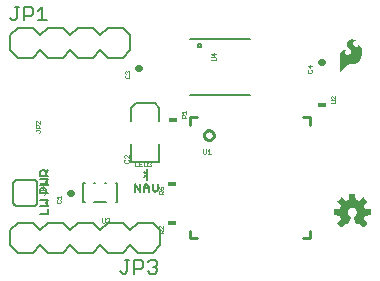
<source format=gbr>
G04 EAGLE Gerber RS-274X export*
G75*
%MOMM*%
%FSLAX34Y34*%
%LPD*%
%INSilkscreen Top*%
%IPPOS*%
%AMOC8*
5,1,8,0,0,1.08239X$1,22.5*%
G01*
%ADD10C,0.127000*%
%ADD11C,0.254000*%
%ADD12C,0.025400*%
%ADD13R,0.762000X0.457200*%
%ADD14C,0.558800*%
%ADD15C,0.203200*%
%ADD16C,0.152400*%

G36*
X298880Y21736D02*
X298880Y21736D01*
X298988Y21746D01*
X299001Y21752D01*
X299015Y21754D01*
X299112Y21802D01*
X299211Y21847D01*
X299224Y21858D01*
X299233Y21862D01*
X299248Y21878D01*
X299325Y21940D01*
X301910Y24525D01*
X301973Y24614D01*
X302039Y24699D01*
X302044Y24712D01*
X302052Y24724D01*
X302083Y24827D01*
X302119Y24930D01*
X302119Y24944D01*
X302123Y24957D01*
X302119Y25065D01*
X302120Y25174D01*
X302115Y25187D01*
X302115Y25201D01*
X302077Y25303D01*
X302042Y25405D01*
X302033Y25420D01*
X302029Y25429D01*
X302015Y25446D01*
X301961Y25528D01*
X299197Y28918D01*
X299754Y30000D01*
X299760Y30020D01*
X299802Y30115D01*
X300173Y31274D01*
X304524Y31717D01*
X304628Y31745D01*
X304734Y31770D01*
X304746Y31777D01*
X304759Y31780D01*
X304849Y31841D01*
X304942Y31898D01*
X304950Y31909D01*
X304962Y31917D01*
X305028Y32003D01*
X305097Y32087D01*
X305101Y32100D01*
X305110Y32111D01*
X305144Y32214D01*
X305183Y32315D01*
X305184Y32333D01*
X305188Y32342D01*
X305188Y32364D01*
X305197Y32462D01*
X305197Y36118D01*
X305180Y36225D01*
X305166Y36333D01*
X305160Y36345D01*
X305158Y36359D01*
X305106Y36455D01*
X305059Y36552D01*
X305049Y36562D01*
X305043Y36574D01*
X304963Y36648D01*
X304887Y36725D01*
X304875Y36731D01*
X304865Y36741D01*
X304766Y36786D01*
X304669Y36834D01*
X304651Y36838D01*
X304642Y36842D01*
X304621Y36844D01*
X304524Y36863D01*
X300173Y37306D01*
X299802Y38465D01*
X299793Y38482D01*
X299791Y38490D01*
X299787Y38497D01*
X299754Y38580D01*
X299197Y39662D01*
X301961Y43052D01*
X302015Y43146D01*
X302072Y43238D01*
X302075Y43251D01*
X302082Y43263D01*
X302103Y43370D01*
X302128Y43475D01*
X302126Y43489D01*
X302129Y43503D01*
X302114Y43610D01*
X302104Y43718D01*
X302098Y43731D01*
X302096Y43745D01*
X302048Y43842D01*
X302003Y43941D01*
X301992Y43954D01*
X301988Y43963D01*
X301972Y43978D01*
X301910Y44055D01*
X299325Y46640D01*
X299236Y46703D01*
X299151Y46769D01*
X299138Y46774D01*
X299126Y46782D01*
X299023Y46813D01*
X298920Y46849D01*
X298906Y46849D01*
X298893Y46853D01*
X298785Y46849D01*
X298676Y46850D01*
X298663Y46845D01*
X298649Y46845D01*
X298547Y46807D01*
X298445Y46772D01*
X298430Y46763D01*
X298421Y46759D01*
X298404Y46745D01*
X298322Y46691D01*
X294932Y43927D01*
X293850Y44484D01*
X293830Y44490D01*
X293735Y44532D01*
X292576Y44903D01*
X292133Y49254D01*
X292105Y49358D01*
X292080Y49464D01*
X292073Y49476D01*
X292070Y49489D01*
X292009Y49579D01*
X291952Y49672D01*
X291941Y49680D01*
X291933Y49692D01*
X291847Y49758D01*
X291763Y49827D01*
X291750Y49831D01*
X291739Y49840D01*
X291636Y49874D01*
X291535Y49913D01*
X291517Y49914D01*
X291508Y49918D01*
X291486Y49918D01*
X291388Y49927D01*
X287732Y49927D01*
X287625Y49910D01*
X287517Y49896D01*
X287505Y49890D01*
X287491Y49888D01*
X287395Y49836D01*
X287298Y49789D01*
X287288Y49779D01*
X287276Y49773D01*
X287202Y49693D01*
X287125Y49617D01*
X287119Y49605D01*
X287109Y49595D01*
X287064Y49496D01*
X287016Y49399D01*
X287012Y49381D01*
X287008Y49372D01*
X287006Y49351D01*
X286987Y49254D01*
X286544Y44903D01*
X285385Y44532D01*
X285367Y44522D01*
X285270Y44484D01*
X284188Y43927D01*
X280798Y46691D01*
X280704Y46745D01*
X280612Y46802D01*
X280599Y46805D01*
X280587Y46812D01*
X280480Y46833D01*
X280375Y46858D01*
X280361Y46856D01*
X280347Y46859D01*
X280240Y46844D01*
X280132Y46834D01*
X280119Y46828D01*
X280106Y46826D01*
X280008Y46778D01*
X279909Y46733D01*
X279896Y46722D01*
X279887Y46718D01*
X279872Y46702D01*
X279795Y46640D01*
X277210Y44055D01*
X277147Y43966D01*
X277081Y43881D01*
X277076Y43868D01*
X277068Y43856D01*
X277037Y43753D01*
X277001Y43650D01*
X277001Y43636D01*
X276997Y43623D01*
X277001Y43515D01*
X277000Y43406D01*
X277005Y43393D01*
X277005Y43379D01*
X277043Y43277D01*
X277078Y43175D01*
X277087Y43160D01*
X277091Y43151D01*
X277105Y43134D01*
X277159Y43052D01*
X279923Y39662D01*
X279366Y38580D01*
X279360Y38560D01*
X279318Y38465D01*
X278947Y37306D01*
X274596Y36863D01*
X274492Y36835D01*
X274386Y36810D01*
X274374Y36803D01*
X274361Y36800D01*
X274271Y36739D01*
X274178Y36682D01*
X274170Y36671D01*
X274158Y36663D01*
X274092Y36577D01*
X274024Y36493D01*
X274019Y36480D01*
X274010Y36469D01*
X273976Y36366D01*
X273937Y36265D01*
X273936Y36247D01*
X273932Y36238D01*
X273933Y36216D01*
X273923Y36118D01*
X273923Y32462D01*
X273940Y32355D01*
X273954Y32247D01*
X273960Y32235D01*
X273962Y32221D01*
X274014Y32125D01*
X274061Y32028D01*
X274071Y32018D01*
X274077Y32006D01*
X274157Y31932D01*
X274233Y31855D01*
X274245Y31849D01*
X274256Y31839D01*
X274354Y31794D01*
X274451Y31746D01*
X274469Y31742D01*
X274478Y31738D01*
X274499Y31736D01*
X274596Y31717D01*
X278947Y31274D01*
X279318Y30115D01*
X279328Y30097D01*
X279366Y30000D01*
X279923Y28918D01*
X277159Y25528D01*
X277105Y25434D01*
X277048Y25342D01*
X277045Y25329D01*
X277038Y25317D01*
X277017Y25210D01*
X276992Y25105D01*
X276994Y25091D01*
X276991Y25077D01*
X277006Y24970D01*
X277016Y24862D01*
X277022Y24849D01*
X277024Y24836D01*
X277072Y24738D01*
X277117Y24639D01*
X277128Y24626D01*
X277132Y24617D01*
X277148Y24602D01*
X277210Y24525D01*
X279795Y21940D01*
X279884Y21877D01*
X279969Y21811D01*
X279982Y21806D01*
X279994Y21798D01*
X280097Y21767D01*
X280200Y21731D01*
X280214Y21731D01*
X280227Y21727D01*
X280335Y21731D01*
X280444Y21730D01*
X280457Y21735D01*
X280471Y21735D01*
X280573Y21773D01*
X280675Y21808D01*
X280690Y21817D01*
X280699Y21821D01*
X280716Y21835D01*
X280798Y21889D01*
X284188Y24653D01*
X285270Y24096D01*
X285323Y24079D01*
X285372Y24053D01*
X285438Y24042D01*
X285502Y24021D01*
X285558Y24022D01*
X285612Y24013D01*
X285679Y24024D01*
X285746Y24025D01*
X285798Y24043D01*
X285853Y24052D01*
X285913Y24084D01*
X285976Y24107D01*
X286019Y24141D01*
X286069Y24167D01*
X286115Y24216D01*
X286167Y24258D01*
X286198Y24305D01*
X286236Y24345D01*
X286292Y24450D01*
X286300Y24463D01*
X286301Y24468D01*
X286305Y24475D01*
X288458Y29672D01*
X288478Y29756D01*
X288483Y29768D01*
X288485Y29784D01*
X288510Y29870D01*
X288509Y29890D01*
X288514Y29910D01*
X288506Y29992D01*
X288507Y30011D01*
X288503Y30031D01*
X288499Y30114D01*
X288492Y30133D01*
X288490Y30153D01*
X288458Y30222D01*
X288452Y30249D01*
X288437Y30273D01*
X288410Y30342D01*
X288397Y30357D01*
X288389Y30375D01*
X288344Y30424D01*
X288324Y30456D01*
X288292Y30482D01*
X288253Y30528D01*
X288232Y30543D01*
X288222Y30553D01*
X288201Y30565D01*
X288138Y30609D01*
X288135Y30611D01*
X288134Y30611D01*
X288132Y30613D01*
X287248Y31108D01*
X286569Y31735D01*
X286055Y32504D01*
X285735Y33372D01*
X285627Y34289D01*
X285740Y35224D01*
X286071Y36105D01*
X286603Y36882D01*
X287304Y37511D01*
X288134Y37954D01*
X289046Y38188D01*
X289988Y38198D01*
X290904Y37984D01*
X291744Y37559D01*
X292458Y36946D01*
X293007Y36181D01*
X293358Y35307D01*
X293491Y34375D01*
X293399Y33438D01*
X293087Y32550D01*
X292572Y31762D01*
X291885Y31118D01*
X290986Y30612D01*
X290946Y30579D01*
X290904Y30557D01*
X290873Y30524D01*
X290825Y30489D01*
X290812Y30472D01*
X290796Y30459D01*
X290761Y30405D01*
X290737Y30379D01*
X290724Y30348D01*
X290682Y30291D01*
X290676Y30271D01*
X290665Y30253D01*
X290647Y30180D01*
X290637Y30157D01*
X290634Y30133D01*
X290611Y30058D01*
X290612Y30037D01*
X290607Y30016D01*
X290614Y29932D01*
X290613Y29914D01*
X290616Y29898D01*
X290619Y29814D01*
X290627Y29788D01*
X290628Y29773D01*
X290638Y29751D01*
X290662Y29672D01*
X290970Y28927D01*
X290971Y28927D01*
X291281Y28178D01*
X291591Y27429D01*
X291591Y27428D01*
X291902Y26680D01*
X291902Y26679D01*
X292212Y25930D01*
X292522Y25181D01*
X292523Y25181D01*
X292815Y24475D01*
X292844Y24428D01*
X292865Y24376D01*
X292908Y24325D01*
X292944Y24268D01*
X292987Y24233D01*
X293023Y24190D01*
X293080Y24156D01*
X293132Y24113D01*
X293184Y24094D01*
X293232Y24065D01*
X293298Y24051D01*
X293361Y24027D01*
X293416Y24025D01*
X293470Y24014D01*
X293537Y24021D01*
X293604Y24019D01*
X293658Y24035D01*
X293713Y24042D01*
X293824Y24086D01*
X293838Y24090D01*
X293842Y24093D01*
X293850Y24096D01*
X294932Y24653D01*
X298322Y21889D01*
X298416Y21835D01*
X298508Y21778D01*
X298521Y21775D01*
X298533Y21768D01*
X298640Y21747D01*
X298745Y21722D01*
X298759Y21724D01*
X298773Y21721D01*
X298880Y21736D01*
G37*
G36*
X279410Y152301D02*
X279410Y152301D01*
X279414Y152299D01*
X279484Y152335D01*
X279494Y152340D01*
X279495Y152341D01*
X284367Y157823D01*
X285221Y158605D01*
X286211Y159194D01*
X286562Y159321D01*
X286930Y159386D01*
X289205Y159386D01*
X289210Y159388D01*
X289216Y159386D01*
X290580Y159510D01*
X290590Y159516D01*
X290602Y159514D01*
X291921Y159882D01*
X291929Y159890D01*
X291942Y159891D01*
X293172Y160491D01*
X293179Y160498D01*
X293190Y160501D01*
X294347Y161318D01*
X294352Y161326D01*
X294361Y161329D01*
X295392Y162301D01*
X295395Y162309D01*
X295401Y162311D01*
X295402Y162313D01*
X295404Y162314D01*
X296289Y163421D01*
X296291Y163431D01*
X296300Y163438D01*
X297247Y165119D01*
X297248Y165130D01*
X297256Y165140D01*
X297884Y166964D01*
X297883Y166975D01*
X297890Y166986D01*
X298178Y168893D01*
X298175Y168904D01*
X298180Y168916D01*
X298178Y168968D01*
X298170Y169220D01*
X298166Y169346D01*
X298166Y169347D01*
X298158Y169599D01*
X298150Y169852D01*
X298146Y169978D01*
X298138Y170230D01*
X298127Y170609D01*
X298119Y170844D01*
X298115Y170853D01*
X298117Y170865D01*
X297910Y171904D01*
X297905Y171912D01*
X297905Y171923D01*
X297547Y172920D01*
X297541Y172927D01*
X297540Y172938D01*
X297038Y173872D01*
X297029Y173879D01*
X297026Y173891D01*
X296119Y175028D01*
X296108Y175034D01*
X296101Y175047D01*
X294975Y175968D01*
X294932Y175980D01*
X294891Y175996D01*
X294886Y175994D01*
X294880Y175995D01*
X294842Y175974D01*
X294802Y175955D01*
X294799Y175949D01*
X294795Y175947D01*
X294787Y175918D01*
X294769Y175870D01*
X294769Y174990D01*
X294753Y174870D01*
X294709Y174767D01*
X294435Y174427D01*
X294074Y174179D01*
X293900Y174114D01*
X293362Y174056D01*
X292832Y174154D01*
X292344Y174403D01*
X291442Y175054D01*
X291030Y175408D01*
X290679Y175818D01*
X290396Y176276D01*
X290190Y176770D01*
X290131Y177070D01*
X290143Y177373D01*
X290300Y177892D01*
X290586Y178352D01*
X290981Y178722D01*
X291462Y178977D01*
X291952Y179116D01*
X292463Y179173D01*
X293066Y179173D01*
X293067Y179173D01*
X293089Y179182D01*
X293157Y179211D01*
X293192Y179303D01*
X293188Y179312D01*
X293154Y179388D01*
X293152Y179391D01*
X293151Y179392D01*
X293150Y179393D01*
X293129Y179413D01*
X293122Y179416D01*
X293118Y179424D01*
X292683Y179762D01*
X292668Y179766D01*
X292656Y179778D01*
X292152Y179999D01*
X292151Y179999D01*
X291795Y180151D01*
X291567Y180252D01*
X291557Y180253D01*
X291547Y180259D01*
X290669Y180479D01*
X290660Y180478D01*
X290650Y180482D01*
X289750Y180568D01*
X289740Y180564D01*
X289728Y180568D01*
X288860Y180502D01*
X288849Y180496D01*
X288836Y180497D01*
X287996Y180266D01*
X287986Y180258D01*
X287973Y180257D01*
X287193Y179869D01*
X287186Y179861D01*
X287175Y179858D01*
X286398Y179298D01*
X286394Y179291D01*
X286385Y179287D01*
X285689Y178629D01*
X285684Y178618D01*
X285673Y178610D01*
X285242Y178007D01*
X285239Y177992D01*
X285227Y177979D01*
X284960Y177287D01*
X284960Y177271D01*
X284952Y177256D01*
X284865Y176519D01*
X284870Y176504D01*
X284866Y176487D01*
X284965Y175752D01*
X284973Y175739D01*
X284973Y175722D01*
X285253Y175034D01*
X285262Y175025D01*
X285265Y175011D01*
X286452Y173253D01*
X286460Y173248D01*
X286464Y173237D01*
X287917Y171696D01*
X288287Y171261D01*
X288527Y170758D01*
X288629Y170210D01*
X288586Y169654D01*
X288400Y169129D01*
X288085Y168669D01*
X287660Y168304D01*
X287117Y168011D01*
X286531Y167813D01*
X285921Y167716D01*
X285210Y167751D01*
X284532Y167958D01*
X283926Y168323D01*
X283613Y168651D01*
X283407Y169055D01*
X283314Y169471D01*
X283314Y169899D01*
X283407Y170314D01*
X283479Y170452D01*
X283597Y170566D01*
X284421Y171165D01*
X284554Y171236D01*
X284692Y171264D01*
X284850Y171248D01*
X284893Y171262D01*
X284938Y171273D01*
X284940Y171277D01*
X284944Y171278D01*
X284964Y171319D01*
X284987Y171358D01*
X284986Y171362D01*
X284988Y171366D01*
X284973Y171409D01*
X284960Y171453D01*
X284957Y171455D01*
X284956Y171459D01*
X284918Y171478D01*
X284882Y171499D01*
X284399Y171575D01*
X284394Y171574D01*
X284389Y171576D01*
X283449Y171649D01*
X283440Y171646D01*
X283429Y171649D01*
X282489Y171576D01*
X282479Y171571D01*
X282467Y171572D01*
X281768Y171388D01*
X281758Y171380D01*
X281744Y171379D01*
X281096Y171058D01*
X281088Y171049D01*
X281074Y171045D01*
X280504Y170600D01*
X280498Y170589D01*
X280486Y170583D01*
X280016Y170033D01*
X280012Y170021D01*
X280001Y170012D01*
X279600Y169280D01*
X279599Y169267D01*
X279590Y169256D01*
X279350Y168457D01*
X279351Y168444D01*
X279345Y168431D01*
X279275Y167600D01*
X279277Y167594D01*
X279275Y167589D01*
X279275Y152425D01*
X279277Y152420D01*
X279275Y152416D01*
X279296Y152376D01*
X279313Y152334D01*
X279318Y152333D01*
X279320Y152328D01*
X279363Y152315D01*
X279405Y152299D01*
X279410Y152301D01*
G37*
D10*
X105537Y51181D02*
X105537Y58045D01*
X110113Y51181D01*
X110113Y58045D01*
X113021Y55757D02*
X113021Y51181D01*
X113021Y55757D02*
X115309Y58045D01*
X117597Y55757D01*
X117597Y51181D01*
X117597Y54613D02*
X113021Y54613D01*
X120505Y53469D02*
X120505Y58045D01*
X120505Y53469D02*
X122793Y51181D01*
X125081Y53469D01*
X125081Y58045D01*
X32385Y50165D02*
X25521Y50165D01*
X25521Y53597D01*
X26665Y54741D01*
X28953Y54741D01*
X30097Y53597D01*
X30097Y50165D01*
X32385Y57649D02*
X25521Y57649D01*
X30097Y59937D02*
X32385Y57649D01*
X30097Y59937D02*
X32385Y62225D01*
X25521Y62225D01*
X25521Y65133D02*
X32385Y65133D01*
X25521Y65133D02*
X25521Y68565D01*
X26665Y69709D01*
X28953Y69709D01*
X30097Y68565D01*
X30097Y65133D01*
X30097Y67421D02*
X32385Y69709D01*
X32385Y32385D02*
X25521Y32385D01*
X32385Y32385D02*
X32385Y36961D01*
X32385Y39869D02*
X25521Y39869D01*
X30097Y42157D02*
X32385Y39869D01*
X30097Y42157D02*
X32385Y44445D01*
X25521Y44445D01*
D11*
X152200Y108500D02*
X152200Y114500D01*
X158200Y114500D01*
X254200Y114500D02*
X254200Y108500D01*
X254200Y114500D02*
X248200Y114500D01*
X152200Y18500D02*
X152200Y12500D01*
X158200Y12500D01*
X254200Y12500D02*
X254200Y18500D01*
X254200Y12500D02*
X248200Y12500D01*
X164077Y99500D02*
X164079Y99628D01*
X164085Y99756D01*
X164095Y99884D01*
X164109Y100012D01*
X164127Y100139D01*
X164149Y100265D01*
X164174Y100391D01*
X164204Y100515D01*
X164238Y100639D01*
X164275Y100762D01*
X164316Y100883D01*
X164361Y101003D01*
X164410Y101122D01*
X164462Y101239D01*
X164518Y101355D01*
X164577Y101468D01*
X164640Y101580D01*
X164707Y101690D01*
X164776Y101797D01*
X164849Y101903D01*
X164926Y102006D01*
X165005Y102106D01*
X165088Y102204D01*
X165173Y102300D01*
X165262Y102393D01*
X165353Y102483D01*
X165448Y102570D01*
X165544Y102654D01*
X165644Y102735D01*
X165746Y102813D01*
X165850Y102888D01*
X165956Y102959D01*
X166065Y103027D01*
X166176Y103092D01*
X166288Y103153D01*
X166403Y103211D01*
X166519Y103265D01*
X166637Y103315D01*
X166756Y103362D01*
X166877Y103405D01*
X166999Y103444D01*
X167123Y103480D01*
X167247Y103511D01*
X167372Y103539D01*
X167498Y103563D01*
X167625Y103583D01*
X167752Y103599D01*
X167880Y103611D01*
X168008Y103619D01*
X168136Y103623D01*
X168264Y103623D01*
X168392Y103619D01*
X168520Y103611D01*
X168648Y103599D01*
X168775Y103583D01*
X168902Y103563D01*
X169028Y103539D01*
X169153Y103511D01*
X169277Y103480D01*
X169401Y103444D01*
X169523Y103405D01*
X169644Y103362D01*
X169763Y103315D01*
X169881Y103265D01*
X169997Y103211D01*
X170112Y103153D01*
X170224Y103092D01*
X170335Y103027D01*
X170444Y102959D01*
X170550Y102888D01*
X170654Y102813D01*
X170756Y102735D01*
X170856Y102654D01*
X170952Y102570D01*
X171047Y102483D01*
X171138Y102393D01*
X171227Y102300D01*
X171312Y102204D01*
X171395Y102106D01*
X171474Y102006D01*
X171551Y101903D01*
X171624Y101797D01*
X171693Y101690D01*
X171760Y101580D01*
X171823Y101468D01*
X171882Y101355D01*
X171938Y101239D01*
X171990Y101122D01*
X172039Y101003D01*
X172084Y100883D01*
X172125Y100762D01*
X172162Y100639D01*
X172196Y100515D01*
X172226Y100391D01*
X172251Y100265D01*
X172273Y100139D01*
X172291Y100012D01*
X172305Y99884D01*
X172315Y99756D01*
X172321Y99628D01*
X172323Y99500D01*
X172321Y99372D01*
X172315Y99244D01*
X172305Y99116D01*
X172291Y98988D01*
X172273Y98861D01*
X172251Y98735D01*
X172226Y98609D01*
X172196Y98485D01*
X172162Y98361D01*
X172125Y98238D01*
X172084Y98117D01*
X172039Y97997D01*
X171990Y97878D01*
X171938Y97761D01*
X171882Y97645D01*
X171823Y97532D01*
X171760Y97420D01*
X171693Y97310D01*
X171624Y97203D01*
X171551Y97097D01*
X171474Y96994D01*
X171395Y96894D01*
X171312Y96796D01*
X171227Y96700D01*
X171138Y96607D01*
X171047Y96517D01*
X170952Y96430D01*
X170856Y96346D01*
X170756Y96265D01*
X170654Y96187D01*
X170550Y96112D01*
X170444Y96041D01*
X170335Y95973D01*
X170224Y95908D01*
X170112Y95847D01*
X169997Y95789D01*
X169881Y95735D01*
X169763Y95685D01*
X169644Y95638D01*
X169523Y95595D01*
X169401Y95556D01*
X169277Y95520D01*
X169153Y95489D01*
X169028Y95461D01*
X168902Y95437D01*
X168775Y95417D01*
X168648Y95401D01*
X168520Y95389D01*
X168392Y95381D01*
X168264Y95377D01*
X168136Y95377D01*
X168008Y95381D01*
X167880Y95389D01*
X167752Y95401D01*
X167625Y95417D01*
X167498Y95437D01*
X167372Y95461D01*
X167247Y95489D01*
X167123Y95520D01*
X166999Y95556D01*
X166877Y95595D01*
X166756Y95638D01*
X166637Y95685D01*
X166519Y95735D01*
X166403Y95789D01*
X166288Y95847D01*
X166176Y95908D01*
X166065Y95973D01*
X165956Y96041D01*
X165850Y96112D01*
X165746Y96187D01*
X165644Y96265D01*
X165544Y96346D01*
X165448Y96430D01*
X165353Y96517D01*
X165262Y96607D01*
X165173Y96700D01*
X165088Y96796D01*
X165005Y96894D01*
X164926Y96994D01*
X164849Y97097D01*
X164776Y97203D01*
X164707Y97310D01*
X164640Y97420D01*
X164577Y97532D01*
X164518Y97645D01*
X164462Y97761D01*
X164410Y97878D01*
X164361Y97997D01*
X164316Y98117D01*
X164275Y98238D01*
X164238Y98361D01*
X164204Y98485D01*
X164174Y98609D01*
X164149Y98735D01*
X164127Y98861D01*
X164109Y98988D01*
X164095Y99116D01*
X164085Y99244D01*
X164079Y99372D01*
X164077Y99500D01*
D12*
X163327Y87440D02*
X163327Y84263D01*
X163963Y83627D01*
X165234Y83627D01*
X165869Y84263D01*
X165869Y87440D01*
X167069Y86169D02*
X168340Y87440D01*
X168340Y83627D01*
X167069Y83627D02*
X169611Y83627D01*
D13*
X137414Y112522D03*
D12*
X145158Y114055D02*
X148971Y114055D01*
X145158Y114055D02*
X145158Y115961D01*
X145793Y116597D01*
X147064Y116597D01*
X147700Y115961D01*
X147700Y114055D01*
X147700Y115326D02*
X148971Y116597D01*
X146429Y117797D02*
X145158Y119068D01*
X148971Y119068D01*
X148971Y117797D02*
X148971Y120339D01*
D14*
X51105Y50800D02*
X50495Y50800D01*
D12*
X39875Y44579D02*
X39240Y43944D01*
X39240Y42673D01*
X39875Y42037D01*
X42417Y42037D01*
X43053Y42673D01*
X43053Y43944D01*
X42417Y44579D01*
X40511Y45779D02*
X39240Y47050D01*
X43053Y47050D01*
X43053Y45779D02*
X43053Y48321D01*
D15*
X126300Y76600D02*
X126300Y91600D01*
X126300Y76600D02*
X102300Y76600D01*
X102300Y91600D01*
X126300Y111600D02*
X126300Y122600D01*
X122300Y126600D01*
X106300Y126600D01*
X102300Y122600D01*
X102300Y111600D01*
D12*
X97185Y78869D02*
X96550Y78234D01*
X96550Y76963D01*
X97185Y76327D01*
X99727Y76327D01*
X100363Y76963D01*
X100363Y78234D01*
X99727Y78869D01*
X100363Y80069D02*
X100363Y82611D01*
X100363Y80069D02*
X97821Y82611D01*
X97185Y82611D01*
X96550Y81976D01*
X96550Y80705D01*
X97185Y80069D01*
D13*
X137160Y25400D03*
D12*
X129413Y16637D02*
X125600Y16637D01*
X125600Y18544D01*
X126235Y19179D01*
X127506Y19179D01*
X128142Y18544D01*
X128142Y16637D01*
X128142Y17908D02*
X129413Y19179D01*
X129413Y20379D02*
X129413Y22921D01*
X129413Y20379D02*
X126871Y22921D01*
X126235Y22921D01*
X125600Y22286D01*
X125600Y21015D01*
X126235Y20379D01*
D15*
X116000Y61440D02*
X116000Y66040D01*
X116000Y70640D01*
X116000Y66040D02*
X112900Y63702D01*
X115846Y66294D02*
X112900Y68224D01*
D12*
X105537Y73152D02*
X105537Y76965D01*
X105537Y73152D02*
X108079Y73152D01*
X109279Y76965D02*
X111821Y76965D01*
X109279Y76965D02*
X109279Y73152D01*
X111821Y73152D01*
X110550Y75059D02*
X109279Y75059D01*
X113021Y76965D02*
X113021Y73152D01*
X114928Y73152D01*
X115563Y73788D01*
X115563Y76330D01*
X114928Y76965D01*
X113021Y76965D01*
X116763Y76330D02*
X117399Y76965D01*
X118670Y76965D01*
X119305Y76330D01*
X119305Y75694D01*
X118670Y75059D01*
X118034Y75059D01*
X118670Y75059D02*
X119305Y74423D01*
X119305Y73788D01*
X118670Y73152D01*
X117399Y73152D01*
X116763Y73788D01*
D13*
X137160Y58420D03*
D12*
X129413Y49657D02*
X125600Y49657D01*
X125600Y51564D01*
X126235Y52199D01*
X127506Y52199D01*
X128142Y51564D01*
X128142Y49657D01*
X128142Y50928D02*
X129413Y52199D01*
X126235Y54670D02*
X125600Y55941D01*
X126235Y54670D02*
X127506Y53399D01*
X128777Y53399D01*
X129413Y54035D01*
X129413Y55306D01*
X128777Y55941D01*
X128142Y55941D01*
X127506Y55306D01*
X127506Y53399D01*
D14*
X109017Y156464D02*
X108407Y156464D01*
D12*
X97787Y150243D02*
X97152Y149608D01*
X97152Y148337D01*
X97787Y147701D01*
X100329Y147701D01*
X100965Y148337D01*
X100965Y149608D01*
X100329Y150243D01*
X97787Y151443D02*
X97152Y152079D01*
X97152Y153350D01*
X97787Y153985D01*
X98423Y153985D01*
X99058Y153350D01*
X99058Y152714D01*
X99058Y153350D02*
X99694Y153985D01*
X100329Y153985D01*
X100965Y153350D01*
X100965Y152079D01*
X100329Y151443D01*
D15*
X95250Y190500D02*
X82550Y190500D01*
X95250Y190500D02*
X101600Y184150D01*
X101600Y171450D02*
X95250Y165100D01*
X57150Y190500D02*
X50800Y184150D01*
X57150Y190500D02*
X69850Y190500D01*
X76200Y184150D01*
X76200Y171450D02*
X69850Y165100D01*
X57150Y165100D01*
X50800Y171450D01*
X76200Y184150D02*
X82550Y190500D01*
X76200Y171450D02*
X82550Y165100D01*
X95250Y165100D01*
X19050Y190500D02*
X6350Y190500D01*
X19050Y190500D02*
X25400Y184150D01*
X25400Y171450D02*
X19050Y165100D01*
X25400Y184150D02*
X31750Y190500D01*
X44450Y190500D01*
X50800Y184150D01*
X50800Y171450D02*
X44450Y165100D01*
X31750Y165100D01*
X25400Y171450D01*
X0Y171450D02*
X0Y184150D01*
X6350Y190500D01*
X0Y171450D02*
X6350Y165100D01*
X19050Y165100D01*
X101600Y171450D02*
X101600Y184150D01*
D10*
X1780Y196723D02*
X-127Y198630D01*
X1780Y196723D02*
X3686Y196723D01*
X5593Y198630D01*
X5593Y208163D01*
X3686Y208163D02*
X7500Y208163D01*
X11567Y208163D02*
X11567Y196723D01*
X11567Y208163D02*
X17287Y208163D01*
X19193Y206256D01*
X19193Y202443D01*
X17287Y200536D01*
X11567Y200536D01*
X23261Y204350D02*
X27074Y208163D01*
X27074Y196723D01*
X23261Y196723D02*
X30887Y196723D01*
D15*
X31750Y0D02*
X44450Y0D01*
X31750Y0D02*
X25400Y6350D01*
X25400Y19050D02*
X31750Y25400D01*
X25400Y6350D02*
X19050Y0D01*
X6350Y0D01*
X0Y6350D01*
X0Y19050D02*
X6350Y25400D01*
X19050Y25400D01*
X25400Y19050D01*
X69850Y0D02*
X76200Y6350D01*
X69850Y0D02*
X57150Y0D01*
X50800Y6350D01*
X50800Y19050D02*
X57150Y25400D01*
X69850Y25400D01*
X76200Y19050D01*
X50800Y6350D02*
X44450Y0D01*
X50800Y19050D02*
X44450Y25400D01*
X31750Y25400D01*
X107950Y0D02*
X120650Y0D01*
X107950Y0D02*
X101600Y6350D01*
X101600Y19050D02*
X107950Y25400D01*
X101600Y6350D02*
X95250Y0D01*
X82550Y0D01*
X76200Y6350D01*
X76200Y19050D02*
X82550Y25400D01*
X95250Y25400D01*
X101600Y19050D01*
X127000Y19050D02*
X127000Y6350D01*
X120650Y0D01*
X127000Y19050D02*
X120650Y25400D01*
X107950Y25400D01*
X0Y19050D02*
X0Y6350D01*
D10*
X93315Y-15746D02*
X95222Y-17653D01*
X97128Y-17653D01*
X99035Y-15746D01*
X99035Y-6213D01*
X97128Y-6213D02*
X100942Y-6213D01*
X105009Y-6213D02*
X105009Y-17653D01*
X105009Y-6213D02*
X110729Y-6213D01*
X112636Y-8120D01*
X112636Y-11933D01*
X110729Y-13840D01*
X105009Y-13840D01*
X116703Y-8120D02*
X118610Y-6213D01*
X122423Y-6213D01*
X124329Y-8120D01*
X124329Y-10027D01*
X122423Y-11933D01*
X120516Y-11933D01*
X122423Y-11933D02*
X124329Y-13840D01*
X124329Y-15746D01*
X122423Y-17653D01*
X118610Y-17653D01*
X116703Y-15746D01*
D13*
X263779Y124867D03*
D12*
X271523Y126400D02*
X274700Y126400D01*
X275336Y127035D01*
X275336Y128306D01*
X274700Y128942D01*
X271523Y128942D01*
X275336Y130142D02*
X275336Y132684D01*
X275336Y130142D02*
X272794Y132684D01*
X272158Y132684D01*
X271523Y132049D01*
X271523Y130777D01*
X272158Y130142D01*
D14*
X263703Y161290D02*
X263093Y161290D01*
D12*
X252473Y155069D02*
X251838Y154434D01*
X251838Y153163D01*
X252473Y152527D01*
X255015Y152527D01*
X255651Y153163D01*
X255651Y154434D01*
X255015Y155069D01*
X255651Y158176D02*
X251838Y158176D01*
X253744Y156269D01*
X253744Y158811D01*
D16*
X203196Y133860D02*
X152150Y133860D01*
X152150Y181100D02*
X203196Y181100D01*
D15*
X158838Y175514D02*
X158840Y175589D01*
X158846Y175664D01*
X158856Y175739D01*
X158869Y175813D01*
X158887Y175886D01*
X158908Y175958D01*
X158933Y176029D01*
X158962Y176098D01*
X158995Y176166D01*
X159030Y176232D01*
X159070Y176296D01*
X159112Y176358D01*
X159158Y176418D01*
X159207Y176475D01*
X159259Y176529D01*
X159313Y176581D01*
X159370Y176630D01*
X159430Y176676D01*
X159492Y176718D01*
X159556Y176758D01*
X159622Y176793D01*
X159690Y176826D01*
X159759Y176855D01*
X159830Y176880D01*
X159902Y176901D01*
X159975Y176919D01*
X160049Y176932D01*
X160124Y176942D01*
X160199Y176948D01*
X160274Y176950D01*
X160349Y176948D01*
X160424Y176942D01*
X160499Y176932D01*
X160573Y176919D01*
X160646Y176901D01*
X160718Y176880D01*
X160789Y176855D01*
X160858Y176826D01*
X160926Y176793D01*
X160992Y176758D01*
X161056Y176718D01*
X161118Y176676D01*
X161178Y176630D01*
X161235Y176581D01*
X161289Y176529D01*
X161341Y176475D01*
X161390Y176418D01*
X161436Y176358D01*
X161478Y176296D01*
X161518Y176232D01*
X161553Y176166D01*
X161586Y176098D01*
X161615Y176029D01*
X161640Y175958D01*
X161661Y175886D01*
X161679Y175813D01*
X161692Y175739D01*
X161702Y175664D01*
X161708Y175589D01*
X161710Y175514D01*
X161708Y175439D01*
X161702Y175364D01*
X161692Y175289D01*
X161679Y175215D01*
X161661Y175142D01*
X161640Y175070D01*
X161615Y174999D01*
X161586Y174930D01*
X161553Y174862D01*
X161518Y174796D01*
X161478Y174732D01*
X161436Y174670D01*
X161390Y174610D01*
X161341Y174553D01*
X161289Y174499D01*
X161235Y174447D01*
X161178Y174398D01*
X161118Y174352D01*
X161056Y174310D01*
X160992Y174270D01*
X160926Y174235D01*
X160858Y174202D01*
X160789Y174173D01*
X160718Y174148D01*
X160646Y174127D01*
X160573Y174109D01*
X160499Y174096D01*
X160424Y174086D01*
X160349Y174080D01*
X160274Y174078D01*
X160199Y174080D01*
X160124Y174086D01*
X160049Y174096D01*
X159975Y174109D01*
X159902Y174127D01*
X159830Y174148D01*
X159759Y174173D01*
X159690Y174202D01*
X159622Y174235D01*
X159556Y174270D01*
X159492Y174310D01*
X159430Y174352D01*
X159370Y174398D01*
X159313Y174447D01*
X159259Y174499D01*
X159207Y174553D01*
X159158Y174610D01*
X159112Y174670D01*
X159070Y174732D01*
X159030Y174796D01*
X158995Y174862D01*
X158962Y174930D01*
X158933Y174999D01*
X158908Y175070D01*
X158887Y175142D01*
X158869Y175215D01*
X158856Y175289D01*
X158846Y175364D01*
X158840Y175439D01*
X158838Y175514D01*
D12*
X170304Y162823D02*
X173481Y162823D01*
X174117Y163458D01*
X174117Y164729D01*
X173481Y165365D01*
X170304Y165365D01*
X170304Y168472D02*
X174117Y168472D01*
X172210Y166565D02*
X170304Y168472D01*
X172210Y169107D02*
X172210Y166565D01*
X25273Y102363D02*
X24637Y101727D01*
X25273Y102363D02*
X25273Y102998D01*
X24637Y103634D01*
X21460Y103634D01*
X21460Y104269D02*
X21460Y102998D01*
X21460Y105469D02*
X25273Y105469D01*
X21460Y105469D02*
X21460Y107376D01*
X22095Y108011D01*
X23366Y108011D01*
X24002Y107376D01*
X24002Y105469D01*
X25273Y109211D02*
X25273Y111753D01*
X25273Y109211D02*
X22731Y111753D01*
X22095Y111753D01*
X21460Y111118D01*
X21460Y109847D01*
X22095Y109211D01*
D16*
X61976Y58904D02*
X61976Y42696D01*
X90424Y42696D02*
X90424Y58904D01*
X81424Y42696D02*
X70976Y42696D01*
X80476Y58904D02*
X81424Y58904D01*
X71924Y58904D02*
X70976Y58904D01*
X89476Y58904D02*
X90424Y58904D01*
X62924Y58904D02*
X61976Y58904D01*
X61976Y42696D02*
X62924Y42696D01*
X89476Y42696D02*
X90424Y42696D01*
D12*
X77733Y29086D02*
X77733Y25909D01*
X78368Y25273D01*
X79639Y25273D01*
X80275Y25909D01*
X80275Y29086D01*
X81475Y28451D02*
X82110Y29086D01*
X83382Y29086D01*
X84017Y28451D01*
X84017Y27815D01*
X83382Y27180D01*
X82746Y27180D01*
X83382Y27180D02*
X84017Y26544D01*
X84017Y25909D01*
X83382Y25273D01*
X82110Y25273D01*
X81475Y25909D01*
D16*
X2700Y42800D02*
X2700Y58800D01*
X22700Y42800D02*
X22707Y42697D01*
X22711Y42594D01*
X22710Y42491D01*
X22706Y42387D01*
X22698Y42284D01*
X22686Y42182D01*
X22671Y42080D01*
X22651Y41978D01*
X22628Y41878D01*
X22601Y41778D01*
X22570Y41680D01*
X22536Y41582D01*
X22498Y41486D01*
X22456Y41392D01*
X22411Y41299D01*
X22363Y41208D01*
X22311Y41118D01*
X22256Y41031D01*
X22197Y40946D01*
X22136Y40863D01*
X22071Y40782D01*
X22003Y40704D01*
X21933Y40629D01*
X21860Y40556D01*
X21784Y40486D01*
X21705Y40419D01*
X21625Y40355D01*
X21541Y40294D01*
X21456Y40236D01*
X21368Y40181D01*
X21279Y40130D01*
X21187Y40082D01*
X21094Y40037D01*
X20999Y39996D01*
X20903Y39959D01*
X20806Y39925D01*
X20707Y39895D01*
X20607Y39868D01*
X20506Y39846D01*
X20405Y39827D01*
X20303Y39812D01*
X20200Y39800D01*
X22700Y58800D02*
X22707Y58903D01*
X22711Y59006D01*
X22710Y59109D01*
X22706Y59213D01*
X22698Y59316D01*
X22686Y59418D01*
X22671Y59520D01*
X22651Y59622D01*
X22628Y59722D01*
X22601Y59822D01*
X22570Y59920D01*
X22536Y60018D01*
X22498Y60114D01*
X22456Y60208D01*
X22411Y60301D01*
X22363Y60392D01*
X22311Y60482D01*
X22256Y60569D01*
X22197Y60654D01*
X22136Y60737D01*
X22071Y60818D01*
X22003Y60896D01*
X21933Y60971D01*
X21860Y61044D01*
X21784Y61114D01*
X21705Y61181D01*
X21625Y61245D01*
X21541Y61306D01*
X21456Y61364D01*
X21368Y61419D01*
X21279Y61470D01*
X21187Y61518D01*
X21094Y61563D01*
X20999Y61604D01*
X20903Y61641D01*
X20806Y61675D01*
X20707Y61705D01*
X20607Y61732D01*
X20506Y61754D01*
X20405Y61773D01*
X20303Y61788D01*
X20200Y61800D01*
X5200Y61800D02*
X5097Y61789D01*
X4995Y61774D01*
X4893Y61755D01*
X4793Y61732D01*
X4693Y61706D01*
X4594Y61676D01*
X4496Y61642D01*
X4400Y61605D01*
X4305Y61564D01*
X4212Y61519D01*
X4120Y61471D01*
X4031Y61420D01*
X3943Y61365D01*
X3858Y61307D01*
X3774Y61246D01*
X3693Y61182D01*
X3615Y61115D01*
X3539Y61045D01*
X3466Y60972D01*
X3395Y60896D01*
X3327Y60818D01*
X3263Y60738D01*
X3201Y60655D01*
X3143Y60570D01*
X3088Y60482D01*
X3036Y60393D01*
X2987Y60302D01*
X2942Y60209D01*
X2901Y60114D01*
X2863Y60018D01*
X2828Y59921D01*
X2798Y59822D01*
X2771Y59722D01*
X2747Y59622D01*
X2728Y59520D01*
X2712Y59418D01*
X2701Y59315D01*
X2693Y59212D01*
X2689Y59109D01*
X2688Y59006D01*
X2692Y58902D01*
X2700Y58799D01*
X2700Y42800D02*
X2693Y42697D01*
X2689Y42594D01*
X2690Y42491D01*
X2694Y42387D01*
X2702Y42284D01*
X2714Y42182D01*
X2729Y42080D01*
X2749Y41978D01*
X2772Y41878D01*
X2799Y41778D01*
X2830Y41680D01*
X2864Y41582D01*
X2902Y41486D01*
X2944Y41392D01*
X2989Y41299D01*
X3037Y41208D01*
X3089Y41118D01*
X3144Y41031D01*
X3203Y40946D01*
X3264Y40863D01*
X3329Y40782D01*
X3397Y40704D01*
X3467Y40629D01*
X3540Y40556D01*
X3616Y40486D01*
X3695Y40419D01*
X3775Y40355D01*
X3859Y40294D01*
X3944Y40236D01*
X4032Y40181D01*
X4121Y40130D01*
X4213Y40082D01*
X4306Y40037D01*
X4401Y39996D01*
X4497Y39959D01*
X4594Y39925D01*
X4693Y39895D01*
X4793Y39868D01*
X4894Y39846D01*
X4995Y39827D01*
X5097Y39812D01*
X5200Y39800D01*
X20200Y39800D01*
X20200Y61800D02*
X5200Y61800D01*
X22700Y58800D02*
X22700Y42800D01*
D12*
X28701Y49199D02*
X29337Y49834D01*
X29337Y50470D01*
X28701Y51105D01*
X25524Y51105D01*
X25524Y50470D02*
X25524Y51741D01*
X25524Y52941D02*
X29337Y52941D01*
X25524Y52941D02*
X25524Y54847D01*
X26159Y55483D01*
X27430Y55483D01*
X28066Y54847D01*
X28066Y52941D01*
X29337Y58590D02*
X25524Y58590D01*
X27430Y56683D01*
X27430Y59225D01*
M02*

</source>
